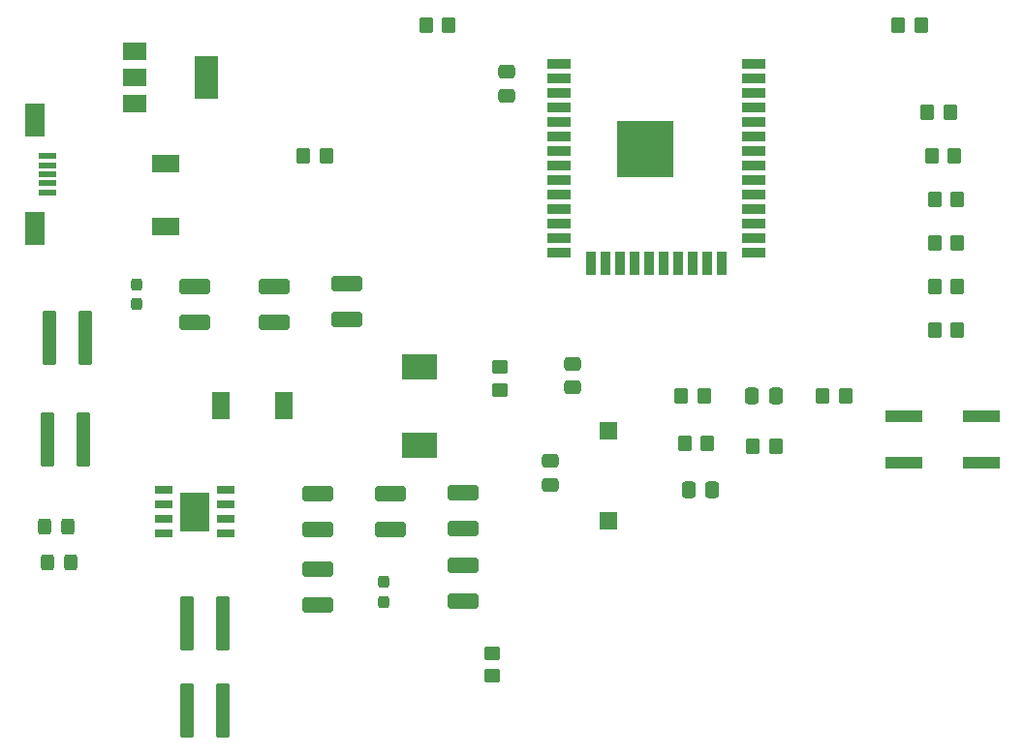
<source format=gtp>
G04 #@! TF.GenerationSoftware,KiCad,Pcbnew,(6.0.4)*
G04 #@! TF.CreationDate,2022-05-20T18:13:48-05:00*
G04 #@! TF.ProjectId,REEL,5245454c-2e6b-4696-9361-645f70636258,rev?*
G04 #@! TF.SameCoordinates,Original*
G04 #@! TF.FileFunction,Paste,Top*
G04 #@! TF.FilePolarity,Positive*
%FSLAX46Y46*%
G04 Gerber Fmt 4.6, Leading zero omitted, Abs format (unit mm)*
G04 Created by KiCad (PCBNEW (6.0.4)) date 2022-05-20 18:13:48*
%MOMM*%
%LPD*%
G01*
G04 APERTURE LIST*
G04 Aperture macros list*
%AMRoundRect*
0 Rectangle with rounded corners*
0 $1 Rounding radius*
0 $2 $3 $4 $5 $6 $7 $8 $9 X,Y pos of 4 corners*
0 Add a 4 corners polygon primitive as box body*
4,1,4,$2,$3,$4,$5,$6,$7,$8,$9,$2,$3,0*
0 Add four circle primitives for the rounded corners*
1,1,$1+$1,$2,$3*
1,1,$1+$1,$4,$5*
1,1,$1+$1,$6,$7*
1,1,$1+$1,$8,$9*
0 Add four rect primitives between the rounded corners*
20,1,$1+$1,$2,$3,$4,$5,0*
20,1,$1+$1,$4,$5,$6,$7,0*
20,1,$1+$1,$6,$7,$8,$9,0*
20,1,$1+$1,$8,$9,$2,$3,0*%
G04 Aperture macros list end*
%ADD10RoundRect,0.250000X-0.475000X0.337500X-0.475000X-0.337500X0.475000X-0.337500X0.475000X0.337500X0*%
%ADD11RoundRect,0.237500X0.237500X-0.300000X0.237500X0.300000X-0.237500X0.300000X-0.237500X-0.300000X0*%
%ADD12R,2.000000X1.500000*%
%ADD13R,2.000000X3.800000*%
%ADD14RoundRect,0.250000X-0.350000X-0.450000X0.350000X-0.450000X0.350000X0.450000X-0.350000X0.450000X0*%
%ADD15RoundRect,0.250000X0.350000X0.450000X-0.350000X0.450000X-0.350000X-0.450000X0.350000X-0.450000X0*%
%ADD16RoundRect,0.250000X0.337500X0.475000X-0.337500X0.475000X-0.337500X-0.475000X0.337500X-0.475000X0*%
%ADD17RoundRect,0.250000X0.325000X0.450000X-0.325000X0.450000X-0.325000X-0.450000X0.325000X-0.450000X0*%
%ADD18RoundRect,0.250000X0.362500X2.125000X-0.362500X2.125000X-0.362500X-2.125000X0.362500X-2.125000X0*%
%ADD19RoundRect,0.237500X-0.237500X0.300000X-0.237500X-0.300000X0.237500X-0.300000X0.237500X0.300000X0*%
%ADD20RoundRect,0.250000X-1.100000X0.412500X-1.100000X-0.412500X1.100000X-0.412500X1.100000X0.412500X0*%
%ADD21RoundRect,0.250000X1.100000X-0.412500X1.100000X0.412500X-1.100000X0.412500X-1.100000X-0.412500X0*%
%ADD22RoundRect,0.250000X-0.450000X0.350000X-0.450000X-0.350000X0.450000X-0.350000X0.450000X0.350000X0*%
%ADD23R,3.200000X1.000000*%
%ADD24R,2.000000X0.900000*%
%ADD25R,0.900000X2.000000*%
%ADD26R,5.000000X5.000000*%
%ADD27R,1.500000X2.400000*%
%ADD28R,1.525000X0.700000*%
%ADD29R,2.513000X3.402000*%
%ADD30R,1.500000X0.500000*%
%ADD31R,1.800000X3.000000*%
%ADD32R,3.120000X2.290000*%
%ADD33RoundRect,0.250000X-0.362500X-2.125000X0.362500X-2.125000X0.362500X2.125000X-0.362500X2.125000X0*%
%ADD34R,2.400000X1.500000*%
%ADD35R,1.500000X1.500000*%
G04 APERTURE END LIST*
D10*
X86360000Y-90535000D03*
X86360000Y-92610000D03*
D11*
X48260000Y-85317500D03*
X48260000Y-83592500D03*
D12*
X48107600Y-63195200D03*
X48107600Y-65495200D03*
D13*
X54407600Y-65495200D03*
D12*
X48107600Y-67795200D03*
D14*
X73565000Y-60960000D03*
X75565000Y-60960000D03*
X96155000Y-97520000D03*
X98155000Y-97520000D03*
X102140000Y-97790000D03*
X104140000Y-97790000D03*
D15*
X110220000Y-93345000D03*
X108220000Y-93345000D03*
D10*
X84455000Y-99060000D03*
X84455000Y-101135000D03*
D16*
X104140000Y-93345000D03*
X102065000Y-93345000D03*
D17*
X42545000Y-107950000D03*
X40495000Y-107950000D03*
D15*
X64865000Y-72390000D03*
X62865000Y-72390000D03*
D18*
X43815000Y-88265000D03*
X40690000Y-88265000D03*
X55830000Y-120895000D03*
X52705000Y-120895000D03*
D19*
X69850000Y-109645000D03*
X69850000Y-111370000D03*
D17*
X42300000Y-104775000D03*
X40250000Y-104775000D03*
D20*
X76835000Y-108195000D03*
X76835000Y-111320000D03*
D21*
X70485000Y-105067500D03*
X70485000Y-101942500D03*
D10*
X80645000Y-65002500D03*
X80645000Y-67077500D03*
D21*
X64135000Y-105067500D03*
X64135000Y-101942500D03*
D22*
X80010000Y-90805000D03*
X80010000Y-92805000D03*
D18*
X43615000Y-97155000D03*
X40490000Y-97155000D03*
D15*
X120015000Y-87630000D03*
X118015000Y-87630000D03*
D22*
X79375000Y-115840000D03*
X79375000Y-117840000D03*
D23*
X122145000Y-95155000D03*
X115345000Y-95155000D03*
X115345000Y-99155000D03*
X122145000Y-99155000D03*
D15*
X120015000Y-76200000D03*
X118015000Y-76200000D03*
D24*
X85198800Y-64267000D03*
X85198800Y-65537000D03*
X85198800Y-66807000D03*
X85198800Y-68077000D03*
X85198800Y-69347000D03*
X85198800Y-70617000D03*
X85198800Y-71887000D03*
X85198800Y-73157000D03*
X85198800Y-74427000D03*
X85198800Y-75697000D03*
X85198800Y-76967000D03*
X85198800Y-78237000D03*
X85198800Y-79507000D03*
X85198800Y-80777000D03*
D25*
X87983800Y-81777000D03*
X89253800Y-81777000D03*
X90523800Y-81777000D03*
X91793800Y-81777000D03*
X93063800Y-81777000D03*
X94333800Y-81777000D03*
X95603800Y-81777000D03*
X96873800Y-81777000D03*
X98143800Y-81777000D03*
X99413800Y-81777000D03*
D24*
X102198800Y-80777000D03*
X102198800Y-79507000D03*
X102198800Y-78237000D03*
X102198800Y-76967000D03*
X102198800Y-75697000D03*
X102198800Y-74427000D03*
X102198800Y-73157000D03*
X102198800Y-71887000D03*
X102198800Y-70617000D03*
X102198800Y-69347000D03*
X102198800Y-68077000D03*
X102198800Y-66807000D03*
X102198800Y-65537000D03*
X102198800Y-64267000D03*
D26*
X92698800Y-71767000D03*
D27*
X55670000Y-94225000D03*
X61170000Y-94225000D03*
D21*
X76835000Y-104970000D03*
X76835000Y-101845000D03*
D15*
X119745000Y-72390000D03*
X117745000Y-72390000D03*
D16*
X98595000Y-101600000D03*
X96520000Y-101600000D03*
D28*
X50628000Y-101600000D03*
X50628000Y-102870000D03*
X50628000Y-104140000D03*
X50628000Y-105410000D03*
X56052000Y-105410000D03*
X56052000Y-104140000D03*
X56052000Y-102870000D03*
X56052000Y-101600000D03*
D29*
X53340000Y-103505000D03*
D30*
X40520000Y-75565000D03*
X40520000Y-74765000D03*
X40520000Y-73965000D03*
X40520000Y-73165000D03*
X40520000Y-72365000D03*
D31*
X39370000Y-69215000D03*
X39370000Y-78715000D03*
D32*
X73025000Y-97655000D03*
X73025000Y-90795000D03*
D15*
X120015000Y-80010000D03*
X118015000Y-80010000D03*
X120015000Y-83820000D03*
X118015000Y-83820000D03*
D33*
X52705000Y-113275000D03*
X55830000Y-113275000D03*
D14*
X95885000Y-93345000D03*
X97885000Y-93345000D03*
D15*
X116840000Y-60960000D03*
X114840000Y-60960000D03*
D21*
X64135000Y-111662500D03*
X64135000Y-108537500D03*
D15*
X119380000Y-68580000D03*
X117380000Y-68580000D03*
D34*
X50800000Y-73025000D03*
X50800000Y-78525000D03*
D21*
X53340000Y-86945000D03*
X53340000Y-83820000D03*
D35*
X89535000Y-104230000D03*
X89535000Y-96430000D03*
D21*
X66675000Y-86652500D03*
X66675000Y-83527500D03*
X60325000Y-86945000D03*
X60325000Y-83820000D03*
M02*

</source>
